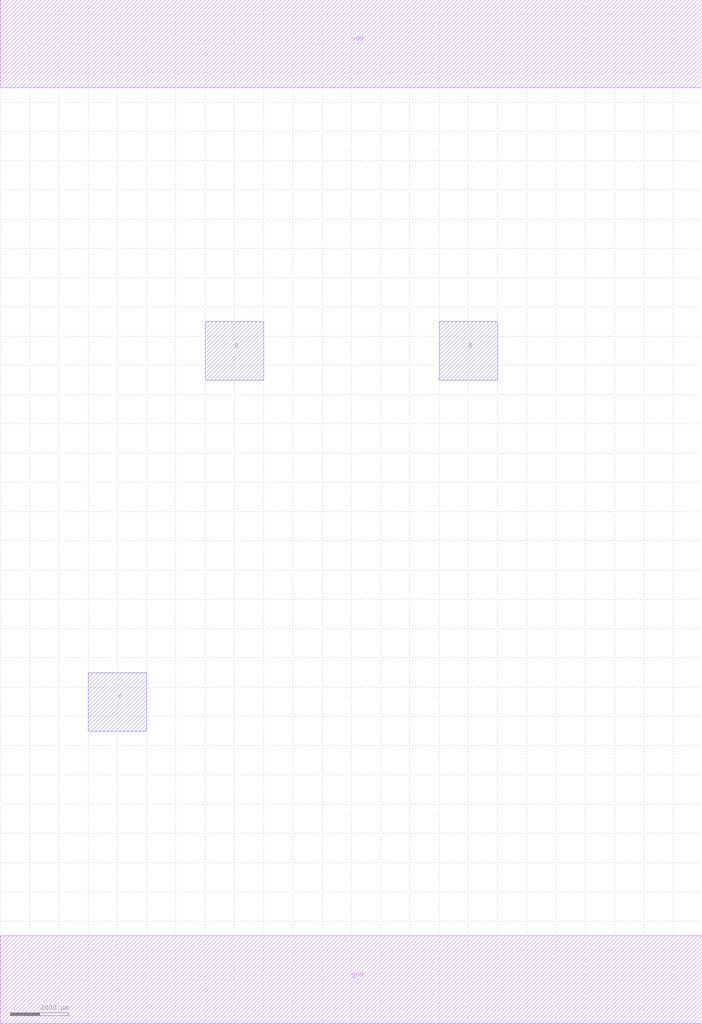
<source format=lef>
MACRO NOR2X1
 CLASS CORE ;
 ORIGIN 0 0 ;
 FOREIGN NOR2X1 0 0 ;
 SITE CORE ;
 SYMMETRY X Y R90 ;
  PIN vdd
   DIRECTION INOUT ;
   USE SIGNAL ;
   SHAPE ABUTMENT ;
    PORT
     CLASS CORE ;
       LAYER metal1 ;
        RECT 0.00000000 30500.00000000 24000.00000000 33500.00000000 ;
    END
  END vdd

  PIN gnd
   DIRECTION INOUT ;
   USE SIGNAL ;
   SHAPE ABUTMENT ;
    PORT
     CLASS CORE ;
       LAYER metal1 ;
        RECT 0.00000000 -1500.00000000 24000.00000000 1500.00000000 ;
    END
  END gnd

  PIN A
   DIRECTION INOUT ;
   USE SIGNAL ;
   SHAPE ABUTMENT ;
    PORT
     CLASS CORE ;
       LAYER metal2 ;
        RECT 7000.00000000 20500.00000000 9000.00000000 22500.00000000 ;
    END
  END A

  PIN B
   DIRECTION INOUT ;
   USE SIGNAL ;
   SHAPE ABUTMENT ;
    PORT
     CLASS CORE ;
       LAYER metal2 ;
        RECT 15000.00000000 20500.00000000 17000.00000000 22500.00000000 ;
    END
  END B

  PIN Y
   DIRECTION INOUT ;
   USE SIGNAL ;
   SHAPE ABUTMENT ;
    PORT
     CLASS CORE ;
       LAYER metal2 ;
        RECT 3000.00000000 8500.00000000 5000.00000000 10500.00000000 ;
    END
  END Y


END NOR2X1

</source>
